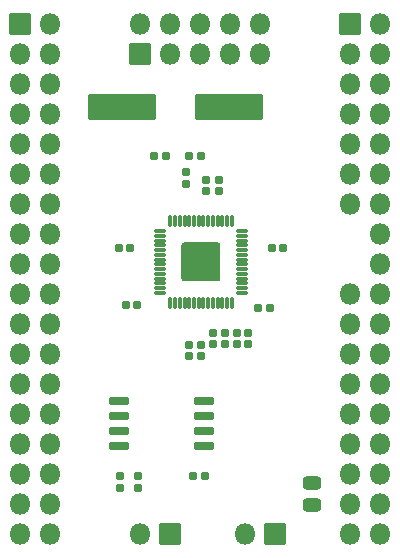
<source format=gbr>
G04 #@! TF.GenerationSoftware,KiCad,Pcbnew,(7.0.0)*
G04 #@! TF.CreationDate,2023-06-23T19:03:53+10:00*
G04 #@! TF.ProjectId,RP2040_minimal,52503230-3430-45f6-9d69-6e696d616c2e,REV1*
G04 #@! TF.SameCoordinates,Original*
G04 #@! TF.FileFunction,Soldermask,Bot*
G04 #@! TF.FilePolarity,Negative*
%FSLAX46Y46*%
G04 Gerber Fmt 4.6, Leading zero omitted, Abs format (unit mm)*
G04 Created by KiCad (PCBNEW (7.0.0)) date 2023-06-23 19:03:53*
%MOMM*%
%LPD*%
G01*
G04 APERTURE LIST*
G04 Aperture macros list*
%AMRoundRect*
0 Rectangle with rounded corners*
0 $1 Rounding radius*
0 $2 $3 $4 $5 $6 $7 $8 $9 X,Y pos of 4 corners*
0 Add a 4 corners polygon primitive as box body*
4,1,4,$2,$3,$4,$5,$6,$7,$8,$9,$2,$3,0*
0 Add four circle primitives for the rounded corners*
1,1,$1+$1,$2,$3*
1,1,$1+$1,$4,$5*
1,1,$1+$1,$6,$7*
1,1,$1+$1,$8,$9*
0 Add four rect primitives between the rounded corners*
20,1,$1+$1,$2,$3,$4,$5,0*
20,1,$1+$1,$4,$5,$6,$7,0*
20,1,$1+$1,$6,$7,$8,$9,0*
20,1,$1+$1,$8,$9,$2,$3,0*%
G04 Aperture macros list end*
%ADD10RoundRect,0.051000X-0.850000X0.850000X-0.850000X-0.850000X0.850000X-0.850000X0.850000X0.850000X0*%
%ADD11O,1.802000X1.802000*%
%ADD12RoundRect,0.051000X0.850000X-0.850000X0.850000X0.850000X-0.850000X0.850000X-0.850000X-0.850000X0*%
%ADD13RoundRect,0.051000X-0.850000X-0.850000X0.850000X-0.850000X0.850000X0.850000X-0.850000X0.850000X0*%
%ADD14RoundRect,0.201000X-0.650000X-0.150000X0.650000X-0.150000X0.650000X0.150000X-0.650000X0.150000X0*%
%ADD15RoundRect,0.191000X0.170000X-0.140000X0.170000X0.140000X-0.170000X0.140000X-0.170000X-0.140000X0*%
%ADD16RoundRect,0.191000X0.140000X0.170000X-0.140000X0.170000X-0.140000X-0.170000X0.140000X-0.170000X0*%
%ADD17RoundRect,0.191000X-0.170000X0.140000X-0.170000X-0.140000X0.170000X-0.140000X0.170000X0.140000X0*%
%ADD18RoundRect,0.191000X-0.140000X-0.170000X0.140000X-0.170000X0.140000X0.170000X-0.140000X0.170000X0*%
%ADD19RoundRect,0.195000X-1.456000X-1.456000X1.456000X-1.456000X1.456000X1.456000X-1.456000X1.456000X0*%
%ADD20RoundRect,0.101000X-0.387500X-0.050000X0.387500X-0.050000X0.387500X0.050000X-0.387500X0.050000X0*%
%ADD21RoundRect,0.101000X-0.050000X-0.387500X0.050000X-0.387500X0.050000X0.387500X-0.050000X0.387500X0*%
%ADD22RoundRect,0.051000X-2.800000X-1.050000X2.800000X-1.050000X2.800000X1.050000X-2.800000X1.050000X0*%
%ADD23RoundRect,0.301000X0.475000X-0.250000X0.475000X0.250000X-0.475000X0.250000X-0.475000X-0.250000X0*%
G04 APERTURE END LIST*
D10*
X166370000Y-121920000D03*
D11*
X163829999Y-121919999D03*
D12*
X154940000Y-81280000D03*
D11*
X154939999Y-78739999D03*
X157479999Y-81279999D03*
X157479999Y-78739999D03*
X160019999Y-81279999D03*
X160019999Y-78739999D03*
X162559999Y-81279999D03*
X162559999Y-78739999D03*
X165099999Y-81279999D03*
X165099999Y-78739999D03*
X175259999Y-121919999D03*
X172719999Y-121919999D03*
X175259999Y-119379999D03*
X172719999Y-119379999D03*
X175259999Y-116839999D03*
X172719999Y-116839999D03*
X175259999Y-114299999D03*
X172719999Y-114299999D03*
X175259999Y-111759999D03*
X172719999Y-111759999D03*
X175259999Y-109219999D03*
X172719999Y-109219999D03*
X175259999Y-106679999D03*
X172719999Y-106679999D03*
X175259999Y-104139999D03*
X172719999Y-104139999D03*
X175259999Y-101599999D03*
X172719999Y-101599999D03*
X175259999Y-99059999D03*
X175259999Y-96519999D03*
X175259999Y-93979999D03*
X172719999Y-93979999D03*
X175259999Y-91439999D03*
X172719999Y-91439999D03*
X175259999Y-88899999D03*
X172719999Y-88899999D03*
X175259999Y-86359999D03*
X172719999Y-86359999D03*
X175259999Y-83819999D03*
X172719999Y-83819999D03*
X175259999Y-81279999D03*
X172719999Y-81279999D03*
X175259999Y-78739999D03*
D13*
X172720000Y-78740000D03*
D14*
X153185511Y-114444489D03*
X153185511Y-113174489D03*
X153185511Y-111904489D03*
X153185511Y-110634489D03*
X160385511Y-110634489D03*
X160385511Y-111904489D03*
X160385511Y-113174489D03*
X160385511Y-114444489D03*
D15*
X153235511Y-117979489D03*
X153235511Y-117019489D03*
D16*
X160400511Y-116984489D03*
X159440511Y-116984489D03*
X154091000Y-97682000D03*
X153131000Y-97682000D03*
D17*
X163096000Y-104887000D03*
X163096000Y-105847000D03*
X164096000Y-104887000D03*
X164096000Y-105847000D03*
D13*
X144780000Y-78740000D03*
D11*
X147319999Y-78739999D03*
X144779999Y-81279999D03*
X147319999Y-81279999D03*
X144779999Y-83819999D03*
X147319999Y-83819999D03*
X144779999Y-86359999D03*
X147319999Y-86359999D03*
X144779999Y-88899999D03*
X147319999Y-88899999D03*
X144779999Y-91439999D03*
X147319999Y-91439999D03*
X144779999Y-93979999D03*
X147319999Y-93979999D03*
X144779999Y-96519999D03*
X147319999Y-96519999D03*
X144779999Y-99059999D03*
X147319999Y-99059999D03*
X144779999Y-101599999D03*
X147319999Y-101599999D03*
X144779999Y-104139999D03*
X147319999Y-104139999D03*
X144779999Y-106679999D03*
X147319999Y-106679999D03*
X144779999Y-109219999D03*
X147319999Y-109219999D03*
X144779999Y-111759999D03*
X147319999Y-111759999D03*
X144779999Y-114299999D03*
X147319999Y-114299999D03*
X144779999Y-116839999D03*
X147319999Y-116839999D03*
X144779999Y-119379999D03*
X147319999Y-119379999D03*
X144779999Y-121919999D03*
X147319999Y-121919999D03*
D10*
X157480000Y-121920000D03*
D11*
X154939999Y-121919999D03*
D18*
X160061000Y-89882000D03*
X159101000Y-89882000D03*
D17*
X154735511Y-117019489D03*
X154735511Y-117979489D03*
X160096000Y-105887000D03*
X160096000Y-106847000D03*
D18*
X166101000Y-97682000D03*
X167061000Y-97682000D03*
D15*
X160477000Y-92877000D03*
X160477000Y-91917000D03*
X161096000Y-105847000D03*
X161096000Y-104887000D03*
X161596000Y-92877000D03*
X161596000Y-91917000D03*
D16*
X154711000Y-102530000D03*
X153751000Y-102530000D03*
D19*
X160096000Y-98882000D03*
D20*
X156658500Y-101482000D03*
X156658500Y-101082000D03*
X156658500Y-100682000D03*
X156658500Y-100282000D03*
X156658500Y-99882000D03*
X156658500Y-99482000D03*
X156658500Y-99082000D03*
X156658500Y-98682000D03*
X156658500Y-98282000D03*
X156658500Y-97882000D03*
X156658500Y-97482000D03*
X156658500Y-97082000D03*
X156658500Y-96682000D03*
X156658500Y-96282000D03*
D21*
X157496000Y-95444500D03*
X157896000Y-95444500D03*
X158296000Y-95444500D03*
X158696000Y-95444500D03*
X159096000Y-95444500D03*
X159496000Y-95444500D03*
X159896000Y-95444500D03*
X160296000Y-95444500D03*
X160696000Y-95444500D03*
X161096000Y-95444500D03*
X161496000Y-95444500D03*
X161896000Y-95444500D03*
X162296000Y-95444500D03*
X162696000Y-95444500D03*
D20*
X163533500Y-96282000D03*
X163533500Y-96682000D03*
X163533500Y-97082000D03*
X163533500Y-97482000D03*
X163533500Y-97882000D03*
X163533500Y-98282000D03*
X163533500Y-98682000D03*
X163533500Y-99082000D03*
X163533500Y-99482000D03*
X163533500Y-99882000D03*
X163533500Y-100282000D03*
X163533500Y-100682000D03*
X163533500Y-101082000D03*
X163533500Y-101482000D03*
D21*
X162696000Y-102319500D03*
X162296000Y-102319500D03*
X161896000Y-102319500D03*
X161496000Y-102319500D03*
X161096000Y-102319500D03*
X160696000Y-102319500D03*
X160296000Y-102319500D03*
X159896000Y-102319500D03*
X159496000Y-102319500D03*
X159096000Y-102319500D03*
X158696000Y-102319500D03*
X158296000Y-102319500D03*
X157896000Y-102319500D03*
X157496000Y-102319500D03*
D16*
X157091000Y-89882000D03*
X156131000Y-89882000D03*
D15*
X162096000Y-105847000D03*
X162096000Y-104887000D03*
D17*
X159096000Y-105887000D03*
X159096000Y-106847000D03*
D18*
X164950000Y-102784000D03*
X165910000Y-102784000D03*
D15*
X158796000Y-92247000D03*
X158796000Y-91287000D03*
D22*
X162437000Y-85766000D03*
X153437000Y-85766000D03*
D23*
X169494000Y-119482000D03*
X169494000Y-117582000D03*
M02*

</source>
